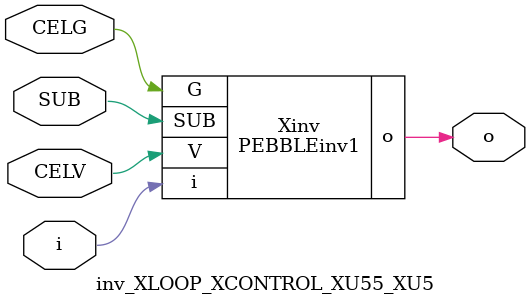
<source format=v>



module PEBBLEinv1 ( o, G, SUB, V, i );

  input V;
  input i;
  input G;
  output o;
  input SUB;
endmodule

//Celera Confidential Do Not Copy inv_XLOOP_XCONTROL_XU55_XU5
//Celera Confidential Symbol Generator
//5V Inverter
module inv_XLOOP_XCONTROL_XU55_XU5 (CELV,CELG,i,o,SUB);
input CELV;
input CELG;
input i;
input SUB;
output o;

//Celera Confidential Do Not Copy inv
PEBBLEinv1 Xinv(
.V (CELV),
.i (i),
.o (o),
.SUB (SUB),
.G (CELG)
);
//,diesize,PEBBLEinv1

//Celera Confidential Do Not Copy Module End
//Celera Schematic Generator
endmodule

</source>
